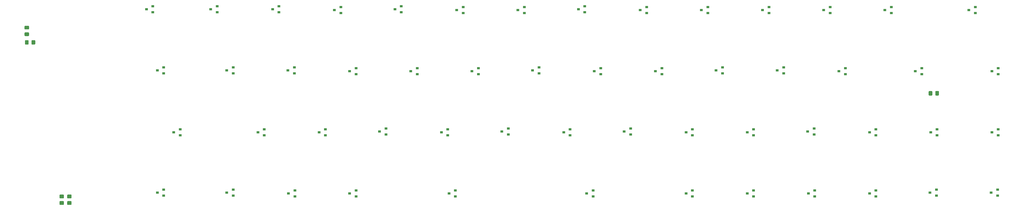
<source format=gbr>
G04 #@! TF.GenerationSoftware,KiCad,Pcbnew,(5.1.5)-3*
G04 #@! TF.CreationDate,2021-01-28T08:37:11+08:00*
G04 #@! TF.ProjectId,k54,6b35342e-6b69-4636-9164-5f7063625858,rev?*
G04 #@! TF.SameCoordinates,Original*
G04 #@! TF.FileFunction,Paste,Bot*
G04 #@! TF.FilePolarity,Positive*
%FSLAX46Y46*%
G04 Gerber Fmt 4.6, Leading zero omitted, Abs format (unit mm)*
G04 Created by KiCad (PCBNEW (5.1.5)-3) date 2021-01-28 08:37:11*
%MOMM*%
%LPD*%
G04 APERTURE LIST*
%ADD10C,0.100000*%
%ADD11R,0.900000X0.800000*%
G04 APERTURE END LIST*
D10*
G36*
X264509505Y-202501204D02*
G01*
X264533773Y-202504804D01*
X264557572Y-202510765D01*
X264580671Y-202519030D01*
X264602850Y-202529520D01*
X264623893Y-202542132D01*
X264643599Y-202556747D01*
X264661777Y-202573223D01*
X264678253Y-202591401D01*
X264692868Y-202611107D01*
X264705480Y-202632150D01*
X264715970Y-202654329D01*
X264724235Y-202677428D01*
X264730196Y-202701227D01*
X264733796Y-202725495D01*
X264735000Y-202749999D01*
X264735000Y-203650001D01*
X264733796Y-203674505D01*
X264730196Y-203698773D01*
X264724235Y-203722572D01*
X264715970Y-203745671D01*
X264705480Y-203767850D01*
X264692868Y-203788893D01*
X264678253Y-203808599D01*
X264661777Y-203826777D01*
X264643599Y-203843253D01*
X264623893Y-203857868D01*
X264602850Y-203870480D01*
X264580671Y-203880970D01*
X264557572Y-203889235D01*
X264533773Y-203895196D01*
X264509505Y-203898796D01*
X264485001Y-203900000D01*
X263834999Y-203900000D01*
X263810495Y-203898796D01*
X263786227Y-203895196D01*
X263762428Y-203889235D01*
X263739329Y-203880970D01*
X263717150Y-203870480D01*
X263696107Y-203857868D01*
X263676401Y-203843253D01*
X263658223Y-203826777D01*
X263641747Y-203808599D01*
X263627132Y-203788893D01*
X263614520Y-203767850D01*
X263604030Y-203745671D01*
X263595765Y-203722572D01*
X263589804Y-203698773D01*
X263586204Y-203674505D01*
X263585000Y-203650001D01*
X263585000Y-202749999D01*
X263586204Y-202725495D01*
X263589804Y-202701227D01*
X263595765Y-202677428D01*
X263604030Y-202654329D01*
X263614520Y-202632150D01*
X263627132Y-202611107D01*
X263641747Y-202591401D01*
X263658223Y-202573223D01*
X263676401Y-202556747D01*
X263696107Y-202542132D01*
X263717150Y-202529520D01*
X263739329Y-202519030D01*
X263762428Y-202510765D01*
X263786227Y-202504804D01*
X263810495Y-202501204D01*
X263834999Y-202500000D01*
X264485001Y-202500000D01*
X264509505Y-202501204D01*
G37*
G36*
X266559505Y-202501204D02*
G01*
X266583773Y-202504804D01*
X266607572Y-202510765D01*
X266630671Y-202519030D01*
X266652850Y-202529520D01*
X266673893Y-202542132D01*
X266693599Y-202556747D01*
X266711777Y-202573223D01*
X266728253Y-202591401D01*
X266742868Y-202611107D01*
X266755480Y-202632150D01*
X266765970Y-202654329D01*
X266774235Y-202677428D01*
X266780196Y-202701227D01*
X266783796Y-202725495D01*
X266785000Y-202749999D01*
X266785000Y-203650001D01*
X266783796Y-203674505D01*
X266780196Y-203698773D01*
X266774235Y-203722572D01*
X266765970Y-203745671D01*
X266755480Y-203767850D01*
X266742868Y-203788893D01*
X266728253Y-203808599D01*
X266711777Y-203826777D01*
X266693599Y-203843253D01*
X266673893Y-203857868D01*
X266652850Y-203870480D01*
X266630671Y-203880970D01*
X266607572Y-203889235D01*
X266583773Y-203895196D01*
X266559505Y-203898796D01*
X266535001Y-203900000D01*
X265884999Y-203900000D01*
X265860495Y-203898796D01*
X265836227Y-203895196D01*
X265812428Y-203889235D01*
X265789329Y-203880970D01*
X265767150Y-203870480D01*
X265746107Y-203857868D01*
X265726401Y-203843253D01*
X265708223Y-203826777D01*
X265691747Y-203808599D01*
X265677132Y-203788893D01*
X265664520Y-203767850D01*
X265654030Y-203745671D01*
X265645765Y-203722572D01*
X265639804Y-203698773D01*
X265636204Y-203674505D01*
X265635000Y-203650001D01*
X265635000Y-202749999D01*
X265636204Y-202725495D01*
X265639804Y-202701227D01*
X265645765Y-202677428D01*
X265654030Y-202654329D01*
X265664520Y-202632150D01*
X265677132Y-202611107D01*
X265691747Y-202591401D01*
X265708223Y-202573223D01*
X265726401Y-202556747D01*
X265746107Y-202542132D01*
X265767150Y-202529520D01*
X265789329Y-202519030D01*
X265812428Y-202510765D01*
X265836227Y-202504804D01*
X265860495Y-202501204D01*
X265884999Y-202500000D01*
X266535001Y-202500000D01*
X266559505Y-202501204D01*
G37*
D11*
X564546875Y-250031250D03*
X566546875Y-250981250D03*
X566546875Y-249081250D03*
X564737500Y-231221875D03*
X566737500Y-232171875D03*
X566737500Y-230271875D03*
X564737500Y-212171875D03*
X566737500Y-213121875D03*
X566737500Y-211221875D03*
X557593750Y-193121875D03*
X559593750Y-194071875D03*
X559593750Y-192171875D03*
X545496875Y-250031250D03*
X547496875Y-250981250D03*
X547496875Y-249081250D03*
X545687500Y-231221875D03*
X547687500Y-232171875D03*
X547687500Y-230271875D03*
X540925000Y-212171875D03*
X542925000Y-213121875D03*
X542925000Y-211221875D03*
X531400000Y-193121875D03*
X533400000Y-194071875D03*
X533400000Y-192171875D03*
X528637500Y-249321875D03*
X528637500Y-251221875D03*
X526637500Y-250271875D03*
X526637500Y-231221875D03*
X528637500Y-232171875D03*
X528637500Y-230271875D03*
X517112500Y-212171875D03*
X519112500Y-213121875D03*
X519112500Y-211221875D03*
X512350000Y-193121875D03*
X514350000Y-194071875D03*
X514350000Y-192171875D03*
X507587500Y-250271875D03*
X509587500Y-251221875D03*
X509587500Y-249321875D03*
X507396875Y-230981250D03*
X509396875Y-231931250D03*
X509396875Y-230031250D03*
X497871875Y-211931250D03*
X499871875Y-212881250D03*
X499871875Y-210981250D03*
X493300000Y-193121875D03*
X495300000Y-194071875D03*
X495300000Y-192171875D03*
X488537500Y-250271875D03*
X490537500Y-251221875D03*
X490537500Y-249321875D03*
X488537500Y-231221875D03*
X490537500Y-232171875D03*
X490537500Y-230271875D03*
X478821875Y-211931250D03*
X480821875Y-212881250D03*
X480821875Y-210981250D03*
X474250000Y-193121875D03*
X476250000Y-194071875D03*
X476250000Y-192171875D03*
X469487500Y-250271875D03*
X471487500Y-251221875D03*
X471487500Y-249321875D03*
X469487500Y-231221875D03*
X471487500Y-232171875D03*
X471487500Y-230271875D03*
X459962500Y-212171875D03*
X461962500Y-213121875D03*
X461962500Y-211221875D03*
X455200000Y-193121875D03*
X457200000Y-194071875D03*
X457200000Y-192171875D03*
X450246875Y-230981250D03*
X452246875Y-231931250D03*
X452246875Y-230031250D03*
X440912500Y-212171875D03*
X442912500Y-213121875D03*
X442912500Y-211221875D03*
X435959375Y-192881250D03*
X437959375Y-193831250D03*
X437959375Y-191931250D03*
X438531250Y-250271875D03*
X440531250Y-251221875D03*
X440531250Y-249321875D03*
X431387500Y-231221875D03*
X433387500Y-232171875D03*
X433387500Y-230271875D03*
X421671875Y-211931250D03*
X423671875Y-212881250D03*
X423671875Y-210981250D03*
X417100000Y-193121875D03*
X419100000Y-194071875D03*
X419100000Y-192171875D03*
X412146875Y-230981250D03*
X414146875Y-231931250D03*
X414146875Y-230031250D03*
X402812500Y-212171875D03*
X404812500Y-213121875D03*
X404812500Y-211221875D03*
X398050000Y-193121875D03*
X400050000Y-194071875D03*
X400050000Y-192171875D03*
X395668750Y-250271875D03*
X397668750Y-251221875D03*
X397668750Y-249321875D03*
X393287500Y-231221875D03*
X395287500Y-232171875D03*
X395287500Y-230271875D03*
X383762500Y-212171875D03*
X385762500Y-213121875D03*
X385762500Y-211221875D03*
X378809375Y-192881250D03*
X380809375Y-193831250D03*
X380809375Y-191931250D03*
X364712500Y-250271875D03*
X366712500Y-251221875D03*
X366712500Y-249321875D03*
X374046875Y-230981250D03*
X376046875Y-231931250D03*
X376046875Y-230031250D03*
X364712500Y-212171875D03*
X366712500Y-213121875D03*
X366712500Y-211221875D03*
X359950000Y-193121875D03*
X361950000Y-194071875D03*
X361950000Y-192171875D03*
X345662500Y-250271875D03*
X347662500Y-251221875D03*
X347662500Y-249321875D03*
X355187500Y-231221875D03*
X357187500Y-232171875D03*
X357187500Y-230271875D03*
X345471875Y-211931250D03*
X347471875Y-212881250D03*
X347471875Y-210981250D03*
X340709375Y-192881250D03*
X342709375Y-193831250D03*
X342709375Y-191931250D03*
X326421875Y-250031250D03*
X328421875Y-250981250D03*
X328421875Y-249081250D03*
X336137500Y-231221875D03*
X338137500Y-232171875D03*
X338137500Y-230271875D03*
X326421875Y-211931250D03*
X328421875Y-212881250D03*
X328421875Y-210981250D03*
X321468750Y-192881250D03*
X323468750Y-193831250D03*
X323468750Y-191931250D03*
X304800000Y-250031250D03*
X306800000Y-250981250D03*
X306800000Y-249081250D03*
X309943750Y-231221875D03*
X311943750Y-232171875D03*
X311943750Y-230271875D03*
X304800000Y-211931250D03*
X306800000Y-212881250D03*
X306800000Y-210981250D03*
X301418750Y-192881250D03*
X303418750Y-193831250D03*
X303418750Y-191931250D03*
D10*
G36*
X264634505Y-200086204D02*
G01*
X264658773Y-200089804D01*
X264682572Y-200095765D01*
X264705671Y-200104030D01*
X264727850Y-200114520D01*
X264748893Y-200127132D01*
X264768599Y-200141747D01*
X264786777Y-200158223D01*
X264803253Y-200176401D01*
X264817868Y-200196107D01*
X264830480Y-200217150D01*
X264840970Y-200239329D01*
X264849235Y-200262428D01*
X264855196Y-200286227D01*
X264858796Y-200310495D01*
X264860000Y-200334999D01*
X264860000Y-200985001D01*
X264858796Y-201009505D01*
X264855196Y-201033773D01*
X264849235Y-201057572D01*
X264840970Y-201080671D01*
X264830480Y-201102850D01*
X264817868Y-201123893D01*
X264803253Y-201143599D01*
X264786777Y-201161777D01*
X264768599Y-201178253D01*
X264748893Y-201192868D01*
X264727850Y-201205480D01*
X264705671Y-201215970D01*
X264682572Y-201224235D01*
X264658773Y-201230196D01*
X264634505Y-201233796D01*
X264610001Y-201235000D01*
X263709999Y-201235000D01*
X263685495Y-201233796D01*
X263661227Y-201230196D01*
X263637428Y-201224235D01*
X263614329Y-201215970D01*
X263592150Y-201205480D01*
X263571107Y-201192868D01*
X263551401Y-201178253D01*
X263533223Y-201161777D01*
X263516747Y-201143599D01*
X263502132Y-201123893D01*
X263489520Y-201102850D01*
X263479030Y-201080671D01*
X263470765Y-201057572D01*
X263464804Y-201033773D01*
X263461204Y-201009505D01*
X263460000Y-200985001D01*
X263460000Y-200334999D01*
X263461204Y-200310495D01*
X263464804Y-200286227D01*
X263470765Y-200262428D01*
X263479030Y-200239329D01*
X263489520Y-200217150D01*
X263502132Y-200196107D01*
X263516747Y-200176401D01*
X263533223Y-200158223D01*
X263551401Y-200141747D01*
X263571107Y-200127132D01*
X263592150Y-200114520D01*
X263614329Y-200104030D01*
X263637428Y-200095765D01*
X263661227Y-200089804D01*
X263685495Y-200086204D01*
X263709999Y-200085000D01*
X264610001Y-200085000D01*
X264634505Y-200086204D01*
G37*
G36*
X264634505Y-198036204D02*
G01*
X264658773Y-198039804D01*
X264682572Y-198045765D01*
X264705671Y-198054030D01*
X264727850Y-198064520D01*
X264748893Y-198077132D01*
X264768599Y-198091747D01*
X264786777Y-198108223D01*
X264803253Y-198126401D01*
X264817868Y-198146107D01*
X264830480Y-198167150D01*
X264840970Y-198189329D01*
X264849235Y-198212428D01*
X264855196Y-198236227D01*
X264858796Y-198260495D01*
X264860000Y-198284999D01*
X264860000Y-198935001D01*
X264858796Y-198959505D01*
X264855196Y-198983773D01*
X264849235Y-199007572D01*
X264840970Y-199030671D01*
X264830480Y-199052850D01*
X264817868Y-199073893D01*
X264803253Y-199093599D01*
X264786777Y-199111777D01*
X264768599Y-199128253D01*
X264748893Y-199142868D01*
X264727850Y-199155480D01*
X264705671Y-199165970D01*
X264682572Y-199174235D01*
X264658773Y-199180196D01*
X264634505Y-199183796D01*
X264610001Y-199185000D01*
X263709999Y-199185000D01*
X263685495Y-199183796D01*
X263661227Y-199180196D01*
X263637428Y-199174235D01*
X263614329Y-199165970D01*
X263592150Y-199155480D01*
X263571107Y-199142868D01*
X263551401Y-199128253D01*
X263533223Y-199111777D01*
X263516747Y-199093599D01*
X263502132Y-199073893D01*
X263489520Y-199052850D01*
X263479030Y-199030671D01*
X263470765Y-199007572D01*
X263464804Y-198983773D01*
X263461204Y-198959505D01*
X263460000Y-198935001D01*
X263460000Y-198284999D01*
X263461204Y-198260495D01*
X263464804Y-198236227D01*
X263470765Y-198212428D01*
X263479030Y-198189329D01*
X263489520Y-198167150D01*
X263502132Y-198146107D01*
X263516747Y-198126401D01*
X263533223Y-198108223D01*
X263551401Y-198091747D01*
X263571107Y-198077132D01*
X263592150Y-198064520D01*
X263614329Y-198054030D01*
X263637428Y-198045765D01*
X263661227Y-198039804D01*
X263685495Y-198036204D01*
X263709999Y-198035000D01*
X264610001Y-198035000D01*
X264634505Y-198036204D01*
G37*
G36*
X277890130Y-250648079D02*
G01*
X277914398Y-250651679D01*
X277938197Y-250657640D01*
X277961296Y-250665905D01*
X277983475Y-250676395D01*
X278004518Y-250689007D01*
X278024224Y-250703622D01*
X278042402Y-250720098D01*
X278058878Y-250738276D01*
X278073493Y-250757982D01*
X278086105Y-250779025D01*
X278096595Y-250801204D01*
X278104860Y-250824303D01*
X278110821Y-250848102D01*
X278114421Y-250872370D01*
X278115625Y-250896874D01*
X278115625Y-251546876D01*
X278114421Y-251571380D01*
X278110821Y-251595648D01*
X278104860Y-251619447D01*
X278096595Y-251642546D01*
X278086105Y-251664725D01*
X278073493Y-251685768D01*
X278058878Y-251705474D01*
X278042402Y-251723652D01*
X278024224Y-251740128D01*
X278004518Y-251754743D01*
X277983475Y-251767355D01*
X277961296Y-251777845D01*
X277938197Y-251786110D01*
X277914398Y-251792071D01*
X277890130Y-251795671D01*
X277865626Y-251796875D01*
X276965624Y-251796875D01*
X276941120Y-251795671D01*
X276916852Y-251792071D01*
X276893053Y-251786110D01*
X276869954Y-251777845D01*
X276847775Y-251767355D01*
X276826732Y-251754743D01*
X276807026Y-251740128D01*
X276788848Y-251723652D01*
X276772372Y-251705474D01*
X276757757Y-251685768D01*
X276745145Y-251664725D01*
X276734655Y-251642546D01*
X276726390Y-251619447D01*
X276720429Y-251595648D01*
X276716829Y-251571380D01*
X276715625Y-251546876D01*
X276715625Y-250896874D01*
X276716829Y-250872370D01*
X276720429Y-250848102D01*
X276726390Y-250824303D01*
X276734655Y-250801204D01*
X276745145Y-250779025D01*
X276757757Y-250757982D01*
X276772372Y-250738276D01*
X276788848Y-250720098D01*
X276807026Y-250703622D01*
X276826732Y-250689007D01*
X276847775Y-250676395D01*
X276869954Y-250665905D01*
X276893053Y-250657640D01*
X276916852Y-250651679D01*
X276941120Y-250648079D01*
X276965624Y-250646875D01*
X277865626Y-250646875D01*
X277890130Y-250648079D01*
G37*
G36*
X277890130Y-252698079D02*
G01*
X277914398Y-252701679D01*
X277938197Y-252707640D01*
X277961296Y-252715905D01*
X277983475Y-252726395D01*
X278004518Y-252739007D01*
X278024224Y-252753622D01*
X278042402Y-252770098D01*
X278058878Y-252788276D01*
X278073493Y-252807982D01*
X278086105Y-252829025D01*
X278096595Y-252851204D01*
X278104860Y-252874303D01*
X278110821Y-252898102D01*
X278114421Y-252922370D01*
X278115625Y-252946874D01*
X278115625Y-253596876D01*
X278114421Y-253621380D01*
X278110821Y-253645648D01*
X278104860Y-253669447D01*
X278096595Y-253692546D01*
X278086105Y-253714725D01*
X278073493Y-253735768D01*
X278058878Y-253755474D01*
X278042402Y-253773652D01*
X278024224Y-253790128D01*
X278004518Y-253804743D01*
X277983475Y-253817355D01*
X277961296Y-253827845D01*
X277938197Y-253836110D01*
X277914398Y-253842071D01*
X277890130Y-253845671D01*
X277865626Y-253846875D01*
X276965624Y-253846875D01*
X276941120Y-253845671D01*
X276916852Y-253842071D01*
X276893053Y-253836110D01*
X276869954Y-253827845D01*
X276847775Y-253817355D01*
X276826732Y-253804743D01*
X276807026Y-253790128D01*
X276788848Y-253773652D01*
X276772372Y-253755474D01*
X276757757Y-253735768D01*
X276745145Y-253714725D01*
X276734655Y-253692546D01*
X276726390Y-253669447D01*
X276720429Y-253645648D01*
X276716829Y-253621380D01*
X276715625Y-253596876D01*
X276715625Y-252946874D01*
X276716829Y-252922370D01*
X276720429Y-252898102D01*
X276726390Y-252874303D01*
X276734655Y-252851204D01*
X276745145Y-252829025D01*
X276757757Y-252807982D01*
X276772372Y-252788276D01*
X276788848Y-252770098D01*
X276807026Y-252753622D01*
X276826732Y-252739007D01*
X276847775Y-252726395D01*
X276869954Y-252715905D01*
X276893053Y-252707640D01*
X276916852Y-252701679D01*
X276941120Y-252698079D01*
X276965624Y-252696875D01*
X277865626Y-252696875D01*
X277890130Y-252698079D01*
G37*
G36*
X548037005Y-218376204D02*
G01*
X548061273Y-218379804D01*
X548085072Y-218385765D01*
X548108171Y-218394030D01*
X548130350Y-218404520D01*
X548151393Y-218417132D01*
X548171099Y-218431747D01*
X548189277Y-218448223D01*
X548205753Y-218466401D01*
X548220368Y-218486107D01*
X548232980Y-218507150D01*
X548243470Y-218529329D01*
X548251735Y-218552428D01*
X548257696Y-218576227D01*
X548261296Y-218600495D01*
X548262500Y-218624999D01*
X548262500Y-219525001D01*
X548261296Y-219549505D01*
X548257696Y-219573773D01*
X548251735Y-219597572D01*
X548243470Y-219620671D01*
X548232980Y-219642850D01*
X548220368Y-219663893D01*
X548205753Y-219683599D01*
X548189277Y-219701777D01*
X548171099Y-219718253D01*
X548151393Y-219732868D01*
X548130350Y-219745480D01*
X548108171Y-219755970D01*
X548085072Y-219764235D01*
X548061273Y-219770196D01*
X548037005Y-219773796D01*
X548012501Y-219775000D01*
X547362499Y-219775000D01*
X547337995Y-219773796D01*
X547313727Y-219770196D01*
X547289928Y-219764235D01*
X547266829Y-219755970D01*
X547244650Y-219745480D01*
X547223607Y-219732868D01*
X547203901Y-219718253D01*
X547185723Y-219701777D01*
X547169247Y-219683599D01*
X547154632Y-219663893D01*
X547142020Y-219642850D01*
X547131530Y-219620671D01*
X547123265Y-219597572D01*
X547117304Y-219573773D01*
X547113704Y-219549505D01*
X547112500Y-219525001D01*
X547112500Y-218624999D01*
X547113704Y-218600495D01*
X547117304Y-218576227D01*
X547123265Y-218552428D01*
X547131530Y-218529329D01*
X547142020Y-218507150D01*
X547154632Y-218486107D01*
X547169247Y-218466401D01*
X547185723Y-218448223D01*
X547203901Y-218431747D01*
X547223607Y-218417132D01*
X547244650Y-218404520D01*
X547266829Y-218394030D01*
X547289928Y-218385765D01*
X547313727Y-218379804D01*
X547337995Y-218376204D01*
X547362499Y-218375000D01*
X548012501Y-218375000D01*
X548037005Y-218376204D01*
G37*
G36*
X545987005Y-218376204D02*
G01*
X546011273Y-218379804D01*
X546035072Y-218385765D01*
X546058171Y-218394030D01*
X546080350Y-218404520D01*
X546101393Y-218417132D01*
X546121099Y-218431747D01*
X546139277Y-218448223D01*
X546155753Y-218466401D01*
X546170368Y-218486107D01*
X546182980Y-218507150D01*
X546193470Y-218529329D01*
X546201735Y-218552428D01*
X546207696Y-218576227D01*
X546211296Y-218600495D01*
X546212500Y-218624999D01*
X546212500Y-219525001D01*
X546211296Y-219549505D01*
X546207696Y-219573773D01*
X546201735Y-219597572D01*
X546193470Y-219620671D01*
X546182980Y-219642850D01*
X546170368Y-219663893D01*
X546155753Y-219683599D01*
X546139277Y-219701777D01*
X546121099Y-219718253D01*
X546101393Y-219732868D01*
X546080350Y-219745480D01*
X546058171Y-219755970D01*
X546035072Y-219764235D01*
X546011273Y-219770196D01*
X545987005Y-219773796D01*
X545962501Y-219775000D01*
X545312499Y-219775000D01*
X545287995Y-219773796D01*
X545263727Y-219770196D01*
X545239928Y-219764235D01*
X545216829Y-219755970D01*
X545194650Y-219745480D01*
X545173607Y-219732868D01*
X545153901Y-219718253D01*
X545135723Y-219701777D01*
X545119247Y-219683599D01*
X545104632Y-219663893D01*
X545092020Y-219642850D01*
X545081530Y-219620671D01*
X545073265Y-219597572D01*
X545067304Y-219573773D01*
X545063704Y-219549505D01*
X545062500Y-219525001D01*
X545062500Y-218624999D01*
X545063704Y-218600495D01*
X545067304Y-218576227D01*
X545073265Y-218552428D01*
X545081530Y-218529329D01*
X545092020Y-218507150D01*
X545104632Y-218486107D01*
X545119247Y-218466401D01*
X545135723Y-218448223D01*
X545153901Y-218431747D01*
X545173607Y-218417132D01*
X545194650Y-218404520D01*
X545216829Y-218394030D01*
X545239928Y-218385765D01*
X545263727Y-218379804D01*
X545287995Y-218376204D01*
X545312499Y-218375000D01*
X545962501Y-218375000D01*
X545987005Y-218376204D01*
G37*
G36*
X275508880Y-250648079D02*
G01*
X275533148Y-250651679D01*
X275556947Y-250657640D01*
X275580046Y-250665905D01*
X275602225Y-250676395D01*
X275623268Y-250689007D01*
X275642974Y-250703622D01*
X275661152Y-250720098D01*
X275677628Y-250738276D01*
X275692243Y-250757982D01*
X275704855Y-250779025D01*
X275715345Y-250801204D01*
X275723610Y-250824303D01*
X275729571Y-250848102D01*
X275733171Y-250872370D01*
X275734375Y-250896874D01*
X275734375Y-251546876D01*
X275733171Y-251571380D01*
X275729571Y-251595648D01*
X275723610Y-251619447D01*
X275715345Y-251642546D01*
X275704855Y-251664725D01*
X275692243Y-251685768D01*
X275677628Y-251705474D01*
X275661152Y-251723652D01*
X275642974Y-251740128D01*
X275623268Y-251754743D01*
X275602225Y-251767355D01*
X275580046Y-251777845D01*
X275556947Y-251786110D01*
X275533148Y-251792071D01*
X275508880Y-251795671D01*
X275484376Y-251796875D01*
X274584374Y-251796875D01*
X274559870Y-251795671D01*
X274535602Y-251792071D01*
X274511803Y-251786110D01*
X274488704Y-251777845D01*
X274466525Y-251767355D01*
X274445482Y-251754743D01*
X274425776Y-251740128D01*
X274407598Y-251723652D01*
X274391122Y-251705474D01*
X274376507Y-251685768D01*
X274363895Y-251664725D01*
X274353405Y-251642546D01*
X274345140Y-251619447D01*
X274339179Y-251595648D01*
X274335579Y-251571380D01*
X274334375Y-251546876D01*
X274334375Y-250896874D01*
X274335579Y-250872370D01*
X274339179Y-250848102D01*
X274345140Y-250824303D01*
X274353405Y-250801204D01*
X274363895Y-250779025D01*
X274376507Y-250757982D01*
X274391122Y-250738276D01*
X274407598Y-250720098D01*
X274425776Y-250703622D01*
X274445482Y-250689007D01*
X274466525Y-250676395D01*
X274488704Y-250665905D01*
X274511803Y-250657640D01*
X274535602Y-250651679D01*
X274559870Y-250648079D01*
X274584374Y-250646875D01*
X275484376Y-250646875D01*
X275508880Y-250648079D01*
G37*
G36*
X275508880Y-252698079D02*
G01*
X275533148Y-252701679D01*
X275556947Y-252707640D01*
X275580046Y-252715905D01*
X275602225Y-252726395D01*
X275623268Y-252739007D01*
X275642974Y-252753622D01*
X275661152Y-252770098D01*
X275677628Y-252788276D01*
X275692243Y-252807982D01*
X275704855Y-252829025D01*
X275715345Y-252851204D01*
X275723610Y-252874303D01*
X275729571Y-252898102D01*
X275733171Y-252922370D01*
X275734375Y-252946874D01*
X275734375Y-253596876D01*
X275733171Y-253621380D01*
X275729571Y-253645648D01*
X275723610Y-253669447D01*
X275715345Y-253692546D01*
X275704855Y-253714725D01*
X275692243Y-253735768D01*
X275677628Y-253755474D01*
X275661152Y-253773652D01*
X275642974Y-253790128D01*
X275623268Y-253804743D01*
X275602225Y-253817355D01*
X275580046Y-253827845D01*
X275556947Y-253836110D01*
X275533148Y-253842071D01*
X275508880Y-253845671D01*
X275484376Y-253846875D01*
X274584374Y-253846875D01*
X274559870Y-253845671D01*
X274535602Y-253842071D01*
X274511803Y-253836110D01*
X274488704Y-253827845D01*
X274466525Y-253817355D01*
X274445482Y-253804743D01*
X274425776Y-253790128D01*
X274407598Y-253773652D01*
X274391122Y-253755474D01*
X274376507Y-253735768D01*
X274363895Y-253714725D01*
X274353405Y-253692546D01*
X274345140Y-253669447D01*
X274339179Y-253645648D01*
X274335579Y-253621380D01*
X274334375Y-253596876D01*
X274334375Y-252946874D01*
X274335579Y-252922370D01*
X274339179Y-252898102D01*
X274345140Y-252874303D01*
X274353405Y-252851204D01*
X274363895Y-252829025D01*
X274376507Y-252807982D01*
X274391122Y-252788276D01*
X274407598Y-252770098D01*
X274425776Y-252753622D01*
X274445482Y-252739007D01*
X274466525Y-252726395D01*
X274488704Y-252715905D01*
X274511803Y-252707640D01*
X274535602Y-252701679D01*
X274559870Y-252698079D01*
X274584374Y-252696875D01*
X275484376Y-252696875D01*
X275508880Y-252698079D01*
G37*
M02*

</source>
